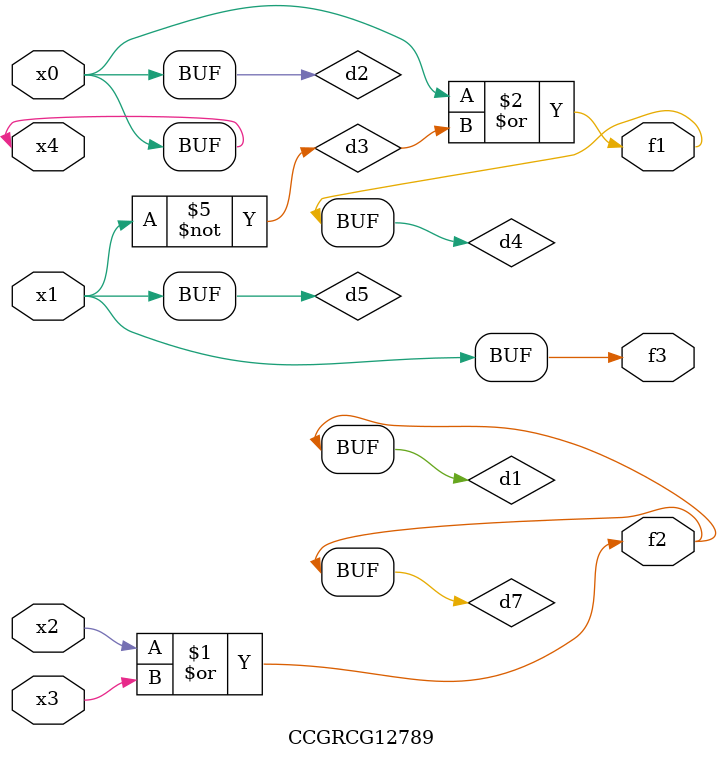
<source format=v>
module CCGRCG12789(
	input x0, x1, x2, x3, x4,
	output f1, f2, f3
);

	wire d1, d2, d3, d4, d5, d6, d7;

	or (d1, x2, x3);
	buf (d2, x0, x4);
	not (d3, x1);
	or (d4, d2, d3);
	not (d5, d3);
	nand (d6, d1, d3);
	or (d7, d1);
	assign f1 = d4;
	assign f2 = d7;
	assign f3 = d5;
endmodule

</source>
